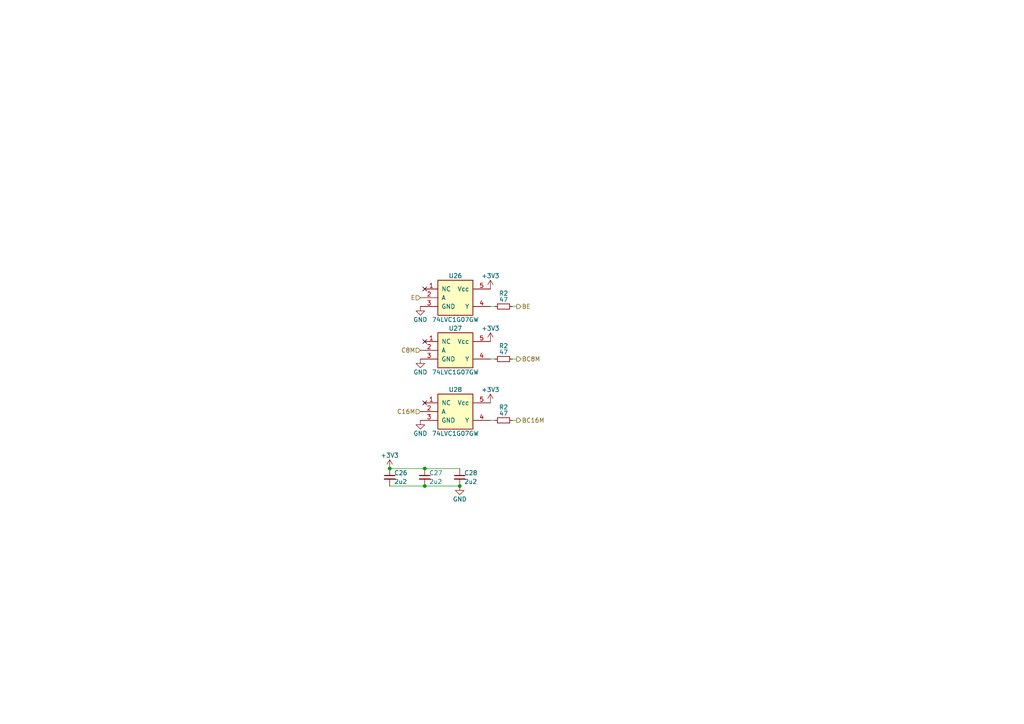
<source format=kicad_sch>
(kicad_sch (version 20230121) (generator eeschema)
  (paper "A4")
  (lib_symbols
    (symbol "Device:C_Small" (pin_numbers hide) (pin_names (offset 0.254) hide)
      (property "Reference" "C" (at 0.254 1.778 0))
      (property "Value" "C_Small" (at 0.254 -2.032 0))
      (symbol "C_Small_0_1"
        (polyline (pts (xy -1.524 -0.508) (xy 1.524 -0.508)) (stroke (width 0.3302)))
        (polyline (pts (xy -1.524 0.508) (xy 1.524 0.508)) (stroke (width 0.3048)))
      )
      (symbol "C_Small_1_1"
        (pin passive line (at 0 2.54 270) (length 2.032) (name "~") (number "1"))
        (pin passive line (at 0 -2.54 90) (length 2.032) (name "~") (number "2"))
      )
    )
    (symbol "Device:R_Small" (pin_numbers hide) (pin_names (offset 0.254) hide)
      (property "Reference" "R" (at 0.762 0.508 0))
      (property "Value" "R_Small" (at 0.762 -1.016 0))
      (symbol "R_Small_0_1"
        (rectangle (start -0.762 1.778) (end 0.762 -1.778) (stroke (width 0.2032)))
      )
      (symbol "R_Small_1_1"
        (pin passive line (at 0 2.54 270) (length 0.762) (name "~") (number "1"))
        (pin passive line (at 0 -2.54 90) (length 0.762) (name "~") (number "2"))
      )
    )
    (symbol "GW_Logic:741G04GW" (pin_names (offset 1.016))
      (property "Reference" "U" (at 0 6.35 0))
      (property "Value" "741G04GW" (at 0 -6.35 0))
      (symbol "741G04GW_0_1"
        (rectangle (start 5.08 -5.08) (end -5.08 5.08) (stroke (width 0.254)) (fill (type background)))
      )
      (symbol "741G04GW_1_1"
        (pin no_connect line (at -8.89 2.54 0) (length 3.81) (name "NC") (number "1"))
        (pin input line (at -10.16 0 0) (length 5.08) (name "A") (number "2"))
        (pin power_in line (at -10.16 -2.54 0) (length 5.08) (name "GND") (number "3"))
        (pin output line (at 10.16 -2.54 180) (length 5.08) (name "Y") (number "4"))
        (pin power_in line (at 10.16 2.54 180) (length 5.08) (name "Vcc") (number "5"))
      )
    )
    (symbol "power:+3V3" (power) (pin_names (offset 0))
      (property "Value" "+3V3" (at 0 3.556 0))
      (symbol "+3V3_0_1"
        (polyline (pts (xy -0.762 1.27) (xy 0 2.54)))
        (polyline (pts (xy 0 0) (xy 0 2.54)))
        (polyline (pts (xy 0 2.54) (xy 0.762 1.27)))
      )
      (symbol "+3V3_1_1"
        (pin power_in line (at 0 0 90) (length 0) hide (name "+3V3") (number "1"))
      )
    )
    (symbol "power:GND" (power) (pin_names (offset 0))
      (property "Value" "GND" (at 0 -3.81 0))
      (symbol "GND_0_1"
        (polyline (pts (xy 0 0) (xy 0 -1.27) (xy 1.27 -1.27) (xy 0 -2.54) (xy -1.27 -1.27) (xy 0 -1.27)))
      )
      (symbol "GND_1_1"
        (pin power_in line (at 0 0 270) (length 0) hide (name "GND") (number "1"))
      )
    )
  )
  (junction (at 113.03 135.89))
  (junction (at 133.35 140.97))
  (junction (at 123.19 135.89))
  (junction (at 123.19 140.97))
  (no_connect (at 123.19 116.84))
  (no_connect (at 123.19 83.82))
  (no_connect (at 123.19 99.06))
  (wire (pts (xy 123.19 135.89) (xy 133.35 135.89)))
  (wire (pts (xy 143.51 121.92) (xy 142.24 121.92)))
  (wire (pts (xy 123.19 140.97) (xy 133.35 140.97)))
  (wire (pts (xy 143.51 88.9) (xy 142.24 88.9)))
  (wire (pts (xy 143.51 104.14) (xy 142.24 104.14)))
  (wire (pts (xy 113.03 140.97) (xy 123.19 140.97)))
  (wire (pts (xy 149.86 121.92) (xy 148.59 121.92)))
  (wire (pts (xy 113.03 135.89) (xy 123.19 135.89)))
  (wire (pts (xy 149.86 88.9) (xy 148.59 88.9)))
  (wire (pts (xy 149.86 104.14) (xy 148.59 104.14)))
  (hierarchical_label "BE" (shape output) (at 149.86 88.9 0))
  (hierarchical_label "BC16M" (shape output) (at 149.86 121.92 0))
  (hierarchical_label "C16M" (shape input) (at 121.92 119.38 180))
  (hierarchical_label "E" (shape input) (at 121.92 86.36 180))
  (hierarchical_label "BC8M" (shape output) (at 149.86 104.14 0))
  (hierarchical_label "C8M" (shape input) (at 121.92 101.6 180))
  (symbol (lib_id "Device:C_Small") (at 113.03 138.43 0) (unit 1)
    (property "Reference" "C26" (at 114.3 137.16 0) (effects (justify left)))
    (property "Value" "2u2" (at 114.3 139.7 0) (effects (justify left)))
    (property "Footprint" "stdpads:C_0603" (effects hide))
    (property "LCSC Part" "C23630" (effects hide))
    (instances (project "WarpSE" (path "" (reference "C26") (unit 1)) (path "" (reference "C48") (unit 1))))
  )
  (symbol (lib_id "GW_Logic:741G04GW") (at 132.08 101.6 0) (unit 1)
    (property "Reference" "U27" (at 132.08 95.25 0))
    (property "Value" "74LVC1G07GW" (at 132.08 107.95 0))
    (property "Footprint" "stdpads:SOT-353" (effects hide))
  )
  (symbol (lib_id "Device:R_Small") (at 146.05 88.9 270) (unit 1)
    (property "Reference" "R2" (at 146.05 85.09 90))
    (property "Value" "47" (at 146.05 87.63 90) (effects (justify bottom)))
    (property "Footprint" "stdpads:R_0603" (effects hide))
    (property "LCSC Part" "C23182" (effects hide))
    (instances (project "WarpSE" (path "" (reference "R2") (unit 1)) (path "" (reference "R20") (unit 1)) (path "" (reference "R18") (unit 1))))
  )
  (symbol (lib_id "power:GND") (at 121.92 121.92 0) (unit 1)
    (property "Reference" "#PWR02" (effects hide))
    (property "Value" "GND" (at 121.92 125.73 0))
  )
  (symbol (lib_id "power:GND") (at 121.92 88.9 0) (unit 1)
    (property "Reference" "#PWR06" (effects hide))
    (property "Value" "GND" (at 121.92 92.71 0))
  )
  (symbol (lib_id "Device:C_Small") (at 133.35 138.43 0) (unit 1)
    (property "Reference" "C28" (at 134.62 137.16 0) (effects (justify left)))
    (property "Value" "2u2" (at 134.62 139.7 0) (effects (justify left)))
    (property "Footprint" "stdpads:C_0603" (effects hide))
    (property "LCSC Part" "C23630" (effects hide))
    (instances (project "WarpSE" (path "" (reference "C28") (unit 1)) (path "" (reference "C55") (unit 1))))
  )
  (symbol (lib_id "power:GND") (at 133.35 140.97 0) (mirror y) (unit 1)
    (property "Reference" "#PWR0159" (effects hide))
    (property "Value" "GND" (at 133.35 144.78 0))
    (instances (project "WarpSE" (path "" (reference "#PWR0159") (unit 1)) (path "" (reference "#PWR019") (unit 1))))
  )
  (symbol (lib_id "Device:R_Small") (at 146.05 104.14 270) (unit 1)
    (property "Reference" "R2" (at 146.05 100.33 90))
    (property "Value" "47" (at 146.05 102.87 90) (effects (justify bottom)))
    (property "Footprint" "stdpads:R_0603" (effects hide))
    (property "LCSC Part" "C23182" (effects hide))
    (instances (project "WarpSE" (path "" (reference "R2") (unit 1)) (path "" (reference "R20") (unit 1)) (path "" (reference "R17") (unit 1))))
  )
  (symbol (lib_id "Device:C_Small") (at 123.19 138.43 0) (unit 1)
    (property "Reference" "C27" (at 124.46 137.16 0) (effects (justify left)))
    (property "Value" "2u2" (at 124.46 139.7 0) (effects (justify left)))
    (property "Footprint" "stdpads:C_0603" (effects hide))
    (property "LCSC Part" "C23630" (effects hide))
    (instances (project "WarpSE" (path "" (reference "C27") (unit 1)) (path "" (reference "C54") (unit 1))))
  )
  (symbol (lib_id "power:+3V3") (at 113.03 135.89 0) (unit 1)
    (property "Reference" "#PWR0158" (effects hide))
    (property "Value" "+3V3" (at 113.03 132.08 0))
    (instances (project "WarpSE" (path "" (reference "#PWR0158") (unit 1)) (path "" (reference "#PWR018") (unit 1))))
  )
  (symbol (lib_id "GW_Logic:741G04GW") (at 132.08 86.36 0) (unit 1)
    (property "Reference" "U26" (at 132.08 80.01 0))
    (property "Value" "74LVC1G07GW" (at 132.08 92.71 0))
    (property "Footprint" "stdpads:SOT-353" (effects hide))
  )
  (symbol (lib_id "GW_Logic:741G04GW") (at 132.08 119.38 0) (unit 1)
    (property "Reference" "U28" (at 132.08 113.03 0))
    (property "Value" "74LVC1G07GW" (at 132.08 125.73 0))
    (property "Footprint" "stdpads:SOT-353" (effects hide))
  )
  (symbol (lib_id "power:GND") (at 121.92 104.14 0) (unit 1)
    (property "Reference" "#PWR04" (effects hide))
    (property "Value" "GND" (at 121.92 107.95 0))
  )
  (symbol (lib_id "power:+3V3") (at 142.24 116.84 0) (unit 1)
    (property "Reference" "#PWR017" (effects hide))
    (property "Value" "+3V3" (at 142.24 113.03 0))
  )
  (symbol (lib_id "power:+3V3") (at 142.24 99.06 0) (unit 1)
    (property "Reference" "#PWR013" (effects hide))
    (property "Value" "+3V3" (at 142.24 95.25 0))
  )
  (symbol (lib_id "Device:R_Small") (at 146.05 121.92 270) (unit 1)
    (property "Reference" "R2" (at 146.05 118.11 90))
    (property "Value" "47" (at 146.05 120.65 90) (effects (justify bottom)))
    (property "Footprint" "stdpads:R_0603" (effects hide))
    (property "LCSC Part" "C23182" (effects hide))
    (instances (project "WarpSE" (path "" (reference "R2") (unit 1)) (path "" (reference "R20") (unit 1)) (path "" (reference "R7") (unit 1))))
  )
  (symbol (lib_id "power:+3V3") (at 142.24 83.82 0) (unit 1)
    (property "Reference" "#PWR016" (effects hide))
    (property "Value" "+3V3" (at 142.24 80.01 0))
  )
)
</source>
